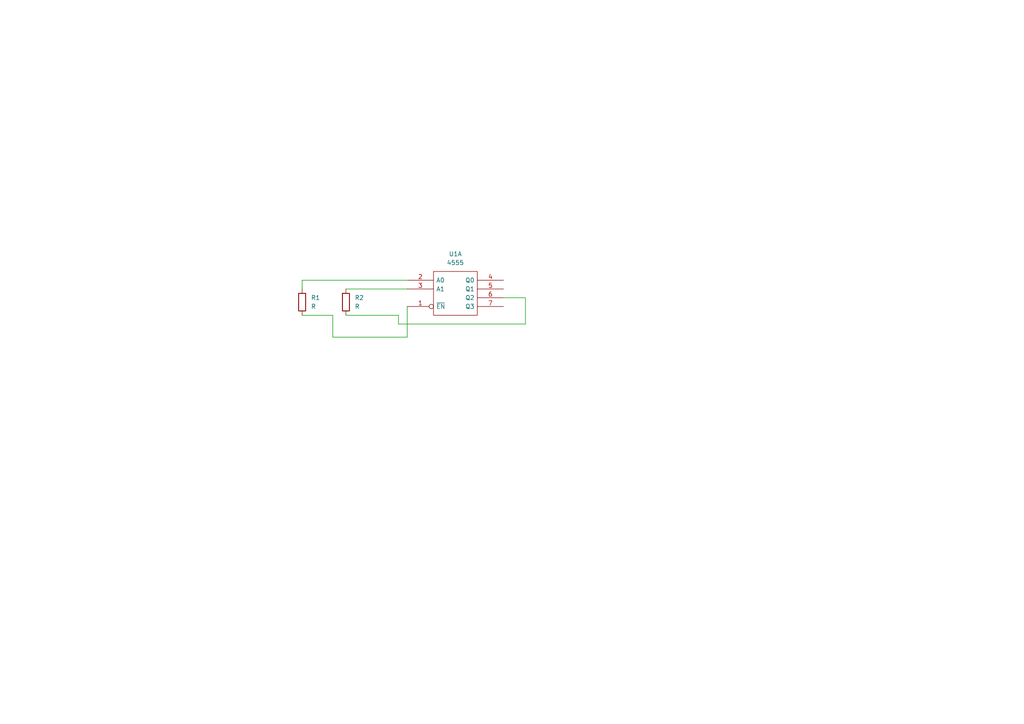
<source format=kicad_sch>
(kicad_sch (version 20211123) (generator eeschema)
  (paper "A4")
  (lib_symbols
    (symbol "4xxx_IEEE:4555" (pin_names (offset 0.762))
      (property "Reference" "U" (at 6.35 8.89 0))
      (property "Value" "4555" (at 6.35 -7.62 0))
      (symbol "4555_0_1"
        (rectangle (start -6.35 6.35) (end 6.35 -6.35))
        (pin power_in line (at 0 6.35 270) (length 0) hide (name "Vdd") (number "16"))
        (pin power_in line (at 0 -6.35 90) (length 0) hide (name "Vss") (number "8"))
      )
      (symbol "4555_1_1"
        (pin input inverted (at -13.97 -3.81 0) (length 7.62) (name "~{EN}") (number "1"))
        (pin input line (at -13.97 3.81 0) (length 7.62) (name "A0") (number "2"))
        (pin input line (at -13.97 1.27 0) (length 7.62) (name "A1") (number "3"))
        (pin output line (at 13.97 3.81 180) (length 7.62) (name "Q0") (number "4"))
        (pin output line (at 13.97 1.27 180) (length 7.62) (name "Q1") (number "5"))
        (pin output line (at 13.97 -1.27 180) (length 7.62) (name "Q2") (number "6"))
        (pin output line (at 13.97 -3.81 180) (length 7.62) (name "Q3") (number "7"))
      )
      (symbol "4555_2_1"
        (pin output line (at 13.97 -1.27 180) (length 7.62) (name "Q2") (number "10"))
        (pin output line (at 13.97 1.27 180) (length 7.62) (name "Q1") (number "11"))
        (pin output line (at 13.97 3.81 180) (length 7.62) (name "Q0") (number "12"))
        (pin input line (at -13.97 1.27 0) (length 7.62) (name "A1") (number "13"))
        (pin input line (at -13.97 3.81 0) (length 7.62) (name "A0") (number "14"))
        (pin input inverted (at -13.97 -3.81 0) (length 7.62) (name "~{EN}") (number "15"))
        (pin output line (at 13.97 -3.81 180) (length 7.62) (name "Q3") (number "9"))
      )
    )
    (symbol "Device:R" (pin_numbers hide) (pin_names (offset 0))
      (property "Reference" "R" (at 2.032 0 90))
      (property "Value" "R" (at 0 0 90))
      (symbol "R_0_1"
        (rectangle (start -1.016 -2.54) (end 1.016 2.54) (stroke (width 0.254)))
      )
      (symbol "R_1_1"
        (pin passive line (at 0 3.81 270) (length 1.27) (name "~") (number "1"))
        (pin passive line (at 0 -3.81 90) (length 1.27) (name "~") (number "2"))
      )
    )
  )
  (wire (pts (xy 146.05 86.36) (xy 152.4 86.36)))
  (wire (pts (xy 96.52 91.44) (xy 96.52 97.79)))
  (wire (pts (xy 87.63 91.44) (xy 96.52 91.44)))
  (wire (pts (xy 118.11 97.79) (xy 118.11 88.9)))
  (wire (pts (xy 100.33 83.82) (xy 118.11 83.82)))
  (wire (pts (xy 115.57 91.44) (xy 115.57 93.98)))
  (wire (pts (xy 115.57 93.98) (xy 152.4 93.98)))
  (wire (pts (xy 96.52 97.79) (xy 118.11 97.79)))
  (wire (pts (xy 152.4 93.98) (xy 152.4 86.36)))
  (wire (pts (xy 100.33 91.44) (xy 115.57 91.44)))
  (wire (pts (xy 87.63 83.82) (xy 87.63 81.28)))
  (wire (pts (xy 87.63 81.28) (xy 118.11 81.28)))
  (symbol (lib_id "Device:R") (at 100.33 87.63 0) (unit 1)
    (property "Reference" "R2" (at 102.87 86.3599 0) (effects (justify left)))
    (property "Value" "R" (at 102.87 88.8999 0) (effects (justify left)))
    (property "Footprint" "Resistor_THT:R_Axial_DIN0207_L6.3mm_D2.5mm_P5.08mm_Vertical" (effects hide))
  )
  (symbol (lib_id "4xxx_IEEE:4555") (at 132.08 85.09 0) (unit 1)
    (property "Reference" "U1" (at 132.08 73.66 0))
    (property "Value" "4555" (at 132.08 76.2 0))
    (property "Footprint" "Package_DIP:DIP-8_W7.62mm_LongPads" (effects hide))
  )
  (symbol (lib_id "Device:R") (at 87.63 87.63 0) (unit 1)
    (property "Reference" "R1" (at 90.17 86.3599 0) (effects (justify left)))
    (property "Value" "R" (at 90.17 88.8999 0) (effects (justify left)))
    (property "Footprint" "Resistor_THT:R_Axial_DIN0207_L6.3mm_D2.5mm_P5.08mm_Vertical" (effects hide))
  )
)
</source>
